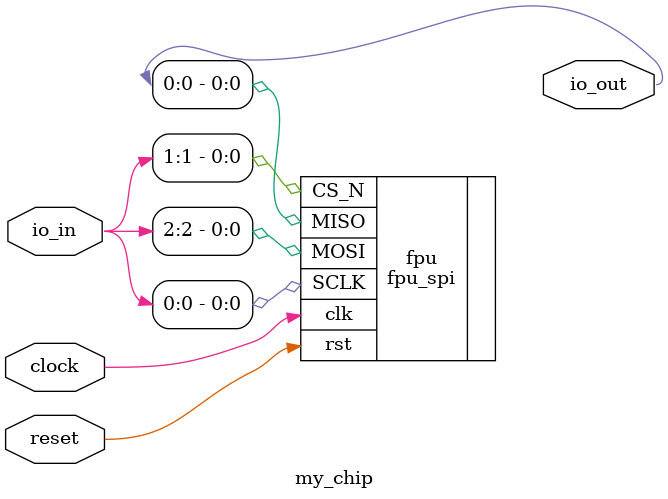
<source format=sv>
`default_nettype none

module my_chip (
    input logic [11:0] io_in, // Inputs to your chip
    output logic [11:0] io_out, // Outputs from your chip
    input logic clock,
    input logic reset // Important: Reset is ACTIVE-HIGH
);
    
    // Basic counter design as an example
    // TODO: remove the counter design and use this module to insert your own design
    // DO NOT change the I/O header of this design

    fpu_spi #(
        .FPU_LATENCY(12)
    ) fpu (
        .clk   (clock),
        .rst   (reset),
        .SCLK  (io_in[0]),
        .CS_N  (io_in[1]),
        .MOSI  (io_in[2]),
        .MISO  (io_out[0])
    );

endmodule

</source>
